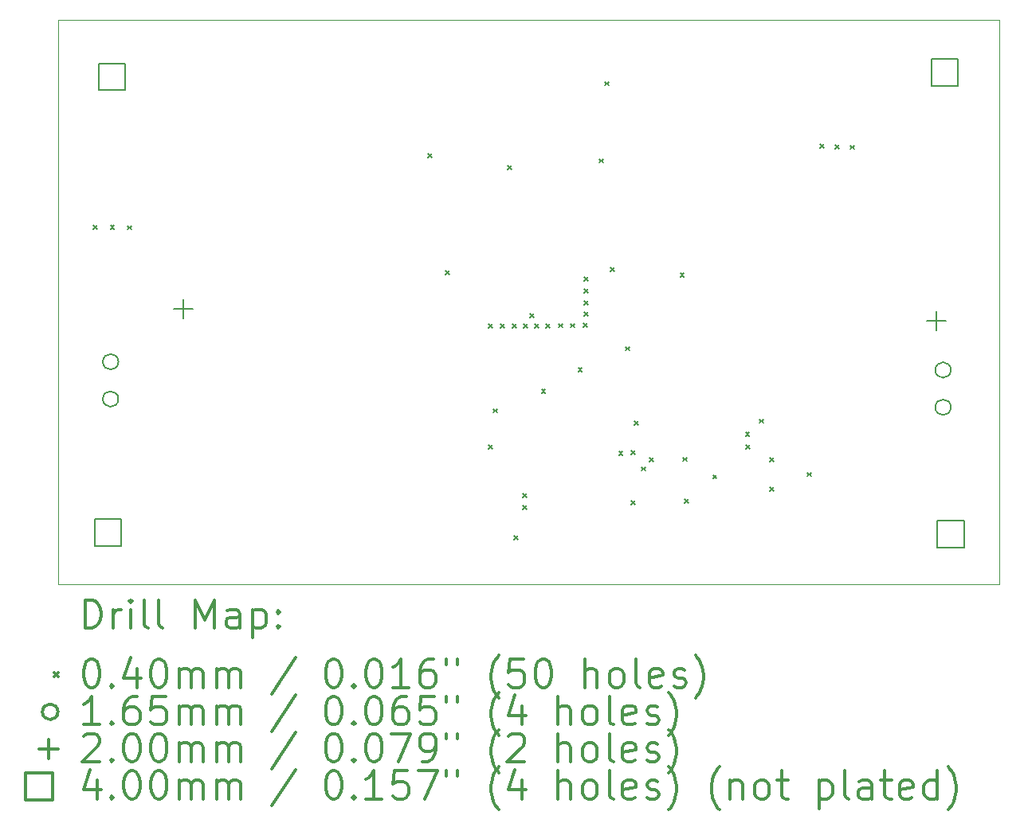
<source format=gbr>
%FSLAX45Y45*%
G04 Gerber Fmt 4.5, Leading zero omitted, Abs format (unit mm)*
G04 Created by KiCad (PCBNEW (5.1.0-0)) date 2019-05-11 17:45:08*
%MOMM*%
%LPD*%
G04 APERTURE LIST*
%ADD10C,0.050000*%
%ADD11C,0.200000*%
%ADD12C,0.300000*%
G04 APERTURE END LIST*
D10*
X11800000Y-10701540D02*
X11800000Y-4701540D01*
X11800000Y-10701540D02*
X21800000Y-10701540D01*
X21800000Y-4701540D02*
X21800000Y-10701540D01*
X11800000Y-4701540D02*
X21800000Y-4701540D01*
D11*
X12174794Y-6882958D02*
X12214794Y-6922958D01*
X12214794Y-6882958D02*
X12174794Y-6922958D01*
X12355896Y-6885752D02*
X12395896Y-6925752D01*
X12395896Y-6885752D02*
X12355896Y-6925752D01*
X12536236Y-6888800D02*
X12576236Y-6928800D01*
X12576236Y-6888800D02*
X12536236Y-6928800D01*
X15732064Y-6125276D02*
X15772064Y-6165276D01*
X15772064Y-6125276D02*
X15732064Y-6165276D01*
X15915452Y-7367082D02*
X15955452Y-7407082D01*
X15955452Y-7367082D02*
X15915452Y-7407082D01*
X16370620Y-9221536D02*
X16410620Y-9261536D01*
X16410620Y-9221536D02*
X16370620Y-9261536D01*
X16370874Y-7934772D02*
X16410874Y-7974772D01*
X16410874Y-7934772D02*
X16370874Y-7974772D01*
X16422944Y-8838250D02*
X16462944Y-8878250D01*
X16462944Y-8838250D02*
X16422944Y-8878250D01*
X16502954Y-7934772D02*
X16542954Y-7974772D01*
X16542954Y-7934772D02*
X16502954Y-7974772D01*
X16576360Y-6247704D02*
X16616360Y-6287704D01*
X16616360Y-6247704D02*
X16576360Y-6287704D01*
X16625382Y-7933248D02*
X16665382Y-7973248D01*
X16665382Y-7933248D02*
X16625382Y-7973248D01*
X16646972Y-10185974D02*
X16686972Y-10225974D01*
X16686972Y-10185974D02*
X16646972Y-10225974D01*
X16734348Y-9737156D02*
X16774348Y-9777156D01*
X16774348Y-9737156D02*
X16734348Y-9777156D01*
X16739174Y-9867712D02*
X16779174Y-9907712D01*
X16779174Y-9867712D02*
X16739174Y-9907712D01*
X16742730Y-7933248D02*
X16782730Y-7973248D01*
X16782730Y-7933248D02*
X16742730Y-7973248D01*
X16814104Y-7825552D02*
X16854104Y-7865552D01*
X16854104Y-7825552D02*
X16814104Y-7865552D01*
X16862110Y-7936296D02*
X16902110Y-7976296D01*
X16902110Y-7936296D02*
X16862110Y-7976296D01*
X16936024Y-8630732D02*
X16976024Y-8670732D01*
X16976024Y-8630732D02*
X16936024Y-8670732D01*
X16984538Y-7934772D02*
X17024538Y-7974772D01*
X17024538Y-7934772D02*
X16984538Y-7974772D01*
X17118396Y-7931216D02*
X17158396Y-7971216D01*
X17158396Y-7931216D02*
X17118396Y-7971216D01*
X17247682Y-7931216D02*
X17287682Y-7971216D01*
X17287682Y-7931216D02*
X17247682Y-7971216D01*
X17324898Y-8399084D02*
X17364898Y-8439084D01*
X17364898Y-8399084D02*
X17324898Y-8439084D01*
X17381794Y-7929692D02*
X17421794Y-7969692D01*
X17421794Y-7929692D02*
X17381794Y-7969692D01*
X17386620Y-7809042D02*
X17426620Y-7849042D01*
X17426620Y-7809042D02*
X17386620Y-7849042D01*
X17388398Y-7436932D02*
X17428398Y-7476932D01*
X17428398Y-7436932D02*
X17388398Y-7476932D01*
X17388398Y-7562662D02*
X17428398Y-7602662D01*
X17428398Y-7562662D02*
X17388398Y-7602662D01*
X17390176Y-7688138D02*
X17430176Y-7728138D01*
X17430176Y-7688138D02*
X17390176Y-7728138D01*
X17550704Y-6179124D02*
X17590704Y-6219124D01*
X17590704Y-6179124D02*
X17550704Y-6219124D01*
X17608108Y-5358450D02*
X17648108Y-5398450D01*
X17648108Y-5358450D02*
X17608108Y-5398450D01*
X17670592Y-7336856D02*
X17710592Y-7376856D01*
X17710592Y-7336856D02*
X17670592Y-7376856D01*
X17758476Y-9291894D02*
X17798476Y-9331894D01*
X17798476Y-9291894D02*
X17758476Y-9331894D01*
X17826548Y-8176834D02*
X17866548Y-8216834D01*
X17866548Y-8176834D02*
X17826548Y-8216834D01*
X17890048Y-9815388D02*
X17930048Y-9855388D01*
X17930048Y-9815388D02*
X17890048Y-9855388D01*
X17890542Y-9281974D02*
X17930542Y-9321974D01*
X17930542Y-9281974D02*
X17890542Y-9321974D01*
X17923830Y-8969314D02*
X17963830Y-9009314D01*
X17963830Y-8969314D02*
X17923830Y-9009314D01*
X17996982Y-9454962D02*
X18036982Y-9494962D01*
X18036982Y-9454962D02*
X17996982Y-9494962D01*
X18085882Y-9355902D02*
X18125882Y-9395902D01*
X18125882Y-9355902D02*
X18085882Y-9395902D01*
X18410240Y-7390704D02*
X18450240Y-7430704D01*
X18450240Y-7390704D02*
X18410240Y-7430704D01*
X18441736Y-9354124D02*
X18481736Y-9394124D01*
X18481736Y-9354124D02*
X18441736Y-9394124D01*
X18456468Y-9799132D02*
X18496468Y-9839132D01*
X18496468Y-9799132D02*
X18456468Y-9839132D01*
X18755934Y-9540306D02*
X18795934Y-9580306D01*
X18795934Y-9540306D02*
X18755934Y-9580306D01*
X19103914Y-9085900D02*
X19143914Y-9125900D01*
X19143914Y-9085900D02*
X19103914Y-9125900D01*
X19109756Y-9221790D02*
X19149756Y-9261790D01*
X19149756Y-9221790D02*
X19109756Y-9261790D01*
X19254028Y-8947724D02*
X19294028Y-8987724D01*
X19294028Y-8947724D02*
X19254028Y-8987724D01*
X19360200Y-9669592D02*
X19400200Y-9709592D01*
X19400200Y-9669592D02*
X19360200Y-9709592D01*
X19363756Y-9356156D02*
X19403756Y-9396156D01*
X19403756Y-9356156D02*
X19363756Y-9396156D01*
X19761520Y-9515160D02*
X19801520Y-9555160D01*
X19801520Y-9515160D02*
X19761520Y-9555160D01*
X19895124Y-6024692D02*
X19935124Y-6064692D01*
X19935124Y-6024692D02*
X19895124Y-6064692D01*
X20056414Y-6031550D02*
X20096414Y-6071550D01*
X20096414Y-6031550D02*
X20056414Y-6071550D01*
X20217704Y-6034090D02*
X20257704Y-6074090D01*
X20257704Y-6034090D02*
X20217704Y-6074090D01*
X12439600Y-8336520D02*
G75*
G03X12439600Y-8336520I-82500J0D01*
G01*
X12439600Y-8732520D02*
G75*
G03X12439600Y-8732520I-82500J0D01*
G01*
X21284388Y-8423910D02*
G75*
G03X21284388Y-8423910I-82500J0D01*
G01*
X21284388Y-8819910D02*
G75*
G03X21284388Y-8819910I-82500J0D01*
G01*
X13129260Y-7674432D02*
X13129260Y-7874432D01*
X13029260Y-7774432D02*
X13229260Y-7774432D01*
X21132800Y-7800670D02*
X21132800Y-8000670D01*
X21032800Y-7900670D02*
X21232800Y-7900670D01*
X21362107Y-5399223D02*
X21362107Y-5116377D01*
X21079261Y-5116377D01*
X21079261Y-5399223D01*
X21362107Y-5399223D01*
X21425099Y-10310567D02*
X21425099Y-10027721D01*
X21142253Y-10027721D01*
X21142253Y-10310567D01*
X21425099Y-10310567D01*
X12514779Y-5445197D02*
X12514779Y-5162351D01*
X12231933Y-5162351D01*
X12231933Y-5445197D01*
X12514779Y-5445197D01*
X12472107Y-10294311D02*
X12472107Y-10011465D01*
X12189261Y-10011465D01*
X12189261Y-10294311D01*
X12472107Y-10294311D01*
D12*
X12083928Y-11169754D02*
X12083928Y-10869754D01*
X12155357Y-10869754D01*
X12198214Y-10884040D01*
X12226786Y-10912612D01*
X12241071Y-10941183D01*
X12255357Y-10998326D01*
X12255357Y-11041183D01*
X12241071Y-11098326D01*
X12226786Y-11126897D01*
X12198214Y-11155469D01*
X12155357Y-11169754D01*
X12083928Y-11169754D01*
X12383928Y-11169754D02*
X12383928Y-10969754D01*
X12383928Y-11026897D02*
X12398214Y-10998326D01*
X12412500Y-10984040D01*
X12441071Y-10969754D01*
X12469643Y-10969754D01*
X12569643Y-11169754D02*
X12569643Y-10969754D01*
X12569643Y-10869754D02*
X12555357Y-10884040D01*
X12569643Y-10898326D01*
X12583928Y-10884040D01*
X12569643Y-10869754D01*
X12569643Y-10898326D01*
X12755357Y-11169754D02*
X12726786Y-11155469D01*
X12712500Y-11126897D01*
X12712500Y-10869754D01*
X12912500Y-11169754D02*
X12883928Y-11155469D01*
X12869643Y-11126897D01*
X12869643Y-10869754D01*
X13255357Y-11169754D02*
X13255357Y-10869754D01*
X13355357Y-11084040D01*
X13455357Y-10869754D01*
X13455357Y-11169754D01*
X13726786Y-11169754D02*
X13726786Y-11012612D01*
X13712500Y-10984040D01*
X13683928Y-10969754D01*
X13626786Y-10969754D01*
X13598214Y-10984040D01*
X13726786Y-11155469D02*
X13698214Y-11169754D01*
X13626786Y-11169754D01*
X13598214Y-11155469D01*
X13583928Y-11126897D01*
X13583928Y-11098326D01*
X13598214Y-11069754D01*
X13626786Y-11055469D01*
X13698214Y-11055469D01*
X13726786Y-11041183D01*
X13869643Y-10969754D02*
X13869643Y-11269754D01*
X13869643Y-10984040D02*
X13898214Y-10969754D01*
X13955357Y-10969754D01*
X13983928Y-10984040D01*
X13998214Y-10998326D01*
X14012500Y-11026897D01*
X14012500Y-11112612D01*
X13998214Y-11141183D01*
X13983928Y-11155469D01*
X13955357Y-11169754D01*
X13898214Y-11169754D01*
X13869643Y-11155469D01*
X14141071Y-11141183D02*
X14155357Y-11155469D01*
X14141071Y-11169754D01*
X14126786Y-11155469D01*
X14141071Y-11141183D01*
X14141071Y-11169754D01*
X14141071Y-10984040D02*
X14155357Y-10998326D01*
X14141071Y-11012612D01*
X14126786Y-10998326D01*
X14141071Y-10984040D01*
X14141071Y-11012612D01*
X11757500Y-11644040D02*
X11797500Y-11684040D01*
X11797500Y-11644040D02*
X11757500Y-11684040D01*
X12141071Y-11499754D02*
X12169643Y-11499754D01*
X12198214Y-11514040D01*
X12212500Y-11528326D01*
X12226786Y-11556897D01*
X12241071Y-11614040D01*
X12241071Y-11685469D01*
X12226786Y-11742611D01*
X12212500Y-11771183D01*
X12198214Y-11785469D01*
X12169643Y-11799754D01*
X12141071Y-11799754D01*
X12112500Y-11785469D01*
X12098214Y-11771183D01*
X12083928Y-11742611D01*
X12069643Y-11685469D01*
X12069643Y-11614040D01*
X12083928Y-11556897D01*
X12098214Y-11528326D01*
X12112500Y-11514040D01*
X12141071Y-11499754D01*
X12369643Y-11771183D02*
X12383928Y-11785469D01*
X12369643Y-11799754D01*
X12355357Y-11785469D01*
X12369643Y-11771183D01*
X12369643Y-11799754D01*
X12641071Y-11599754D02*
X12641071Y-11799754D01*
X12569643Y-11485469D02*
X12498214Y-11699754D01*
X12683928Y-11699754D01*
X12855357Y-11499754D02*
X12883928Y-11499754D01*
X12912500Y-11514040D01*
X12926786Y-11528326D01*
X12941071Y-11556897D01*
X12955357Y-11614040D01*
X12955357Y-11685469D01*
X12941071Y-11742611D01*
X12926786Y-11771183D01*
X12912500Y-11785469D01*
X12883928Y-11799754D01*
X12855357Y-11799754D01*
X12826786Y-11785469D01*
X12812500Y-11771183D01*
X12798214Y-11742611D01*
X12783928Y-11685469D01*
X12783928Y-11614040D01*
X12798214Y-11556897D01*
X12812500Y-11528326D01*
X12826786Y-11514040D01*
X12855357Y-11499754D01*
X13083928Y-11799754D02*
X13083928Y-11599754D01*
X13083928Y-11628326D02*
X13098214Y-11614040D01*
X13126786Y-11599754D01*
X13169643Y-11599754D01*
X13198214Y-11614040D01*
X13212500Y-11642611D01*
X13212500Y-11799754D01*
X13212500Y-11642611D02*
X13226786Y-11614040D01*
X13255357Y-11599754D01*
X13298214Y-11599754D01*
X13326786Y-11614040D01*
X13341071Y-11642611D01*
X13341071Y-11799754D01*
X13483928Y-11799754D02*
X13483928Y-11599754D01*
X13483928Y-11628326D02*
X13498214Y-11614040D01*
X13526786Y-11599754D01*
X13569643Y-11599754D01*
X13598214Y-11614040D01*
X13612500Y-11642611D01*
X13612500Y-11799754D01*
X13612500Y-11642611D02*
X13626786Y-11614040D01*
X13655357Y-11599754D01*
X13698214Y-11599754D01*
X13726786Y-11614040D01*
X13741071Y-11642611D01*
X13741071Y-11799754D01*
X14326786Y-11485469D02*
X14069643Y-11871183D01*
X14712500Y-11499754D02*
X14741071Y-11499754D01*
X14769643Y-11514040D01*
X14783928Y-11528326D01*
X14798214Y-11556897D01*
X14812500Y-11614040D01*
X14812500Y-11685469D01*
X14798214Y-11742611D01*
X14783928Y-11771183D01*
X14769643Y-11785469D01*
X14741071Y-11799754D01*
X14712500Y-11799754D01*
X14683928Y-11785469D01*
X14669643Y-11771183D01*
X14655357Y-11742611D01*
X14641071Y-11685469D01*
X14641071Y-11614040D01*
X14655357Y-11556897D01*
X14669643Y-11528326D01*
X14683928Y-11514040D01*
X14712500Y-11499754D01*
X14941071Y-11771183D02*
X14955357Y-11785469D01*
X14941071Y-11799754D01*
X14926786Y-11785469D01*
X14941071Y-11771183D01*
X14941071Y-11799754D01*
X15141071Y-11499754D02*
X15169643Y-11499754D01*
X15198214Y-11514040D01*
X15212500Y-11528326D01*
X15226786Y-11556897D01*
X15241071Y-11614040D01*
X15241071Y-11685469D01*
X15226786Y-11742611D01*
X15212500Y-11771183D01*
X15198214Y-11785469D01*
X15169643Y-11799754D01*
X15141071Y-11799754D01*
X15112500Y-11785469D01*
X15098214Y-11771183D01*
X15083928Y-11742611D01*
X15069643Y-11685469D01*
X15069643Y-11614040D01*
X15083928Y-11556897D01*
X15098214Y-11528326D01*
X15112500Y-11514040D01*
X15141071Y-11499754D01*
X15526786Y-11799754D02*
X15355357Y-11799754D01*
X15441071Y-11799754D02*
X15441071Y-11499754D01*
X15412500Y-11542611D01*
X15383928Y-11571183D01*
X15355357Y-11585469D01*
X15783928Y-11499754D02*
X15726786Y-11499754D01*
X15698214Y-11514040D01*
X15683928Y-11528326D01*
X15655357Y-11571183D01*
X15641071Y-11628326D01*
X15641071Y-11742611D01*
X15655357Y-11771183D01*
X15669643Y-11785469D01*
X15698214Y-11799754D01*
X15755357Y-11799754D01*
X15783928Y-11785469D01*
X15798214Y-11771183D01*
X15812500Y-11742611D01*
X15812500Y-11671183D01*
X15798214Y-11642611D01*
X15783928Y-11628326D01*
X15755357Y-11614040D01*
X15698214Y-11614040D01*
X15669643Y-11628326D01*
X15655357Y-11642611D01*
X15641071Y-11671183D01*
X15926786Y-11499754D02*
X15926786Y-11556897D01*
X16041071Y-11499754D02*
X16041071Y-11556897D01*
X16483928Y-11914040D02*
X16469643Y-11899754D01*
X16441071Y-11856897D01*
X16426786Y-11828326D01*
X16412500Y-11785469D01*
X16398214Y-11714040D01*
X16398214Y-11656897D01*
X16412500Y-11585469D01*
X16426786Y-11542611D01*
X16441071Y-11514040D01*
X16469643Y-11471183D01*
X16483928Y-11456897D01*
X16741071Y-11499754D02*
X16598214Y-11499754D01*
X16583928Y-11642611D01*
X16598214Y-11628326D01*
X16626786Y-11614040D01*
X16698214Y-11614040D01*
X16726786Y-11628326D01*
X16741071Y-11642611D01*
X16755357Y-11671183D01*
X16755357Y-11742611D01*
X16741071Y-11771183D01*
X16726786Y-11785469D01*
X16698214Y-11799754D01*
X16626786Y-11799754D01*
X16598214Y-11785469D01*
X16583928Y-11771183D01*
X16941071Y-11499754D02*
X16969643Y-11499754D01*
X16998214Y-11514040D01*
X17012500Y-11528326D01*
X17026786Y-11556897D01*
X17041071Y-11614040D01*
X17041071Y-11685469D01*
X17026786Y-11742611D01*
X17012500Y-11771183D01*
X16998214Y-11785469D01*
X16969643Y-11799754D01*
X16941071Y-11799754D01*
X16912500Y-11785469D01*
X16898214Y-11771183D01*
X16883928Y-11742611D01*
X16869643Y-11685469D01*
X16869643Y-11614040D01*
X16883928Y-11556897D01*
X16898214Y-11528326D01*
X16912500Y-11514040D01*
X16941071Y-11499754D01*
X17398214Y-11799754D02*
X17398214Y-11499754D01*
X17526786Y-11799754D02*
X17526786Y-11642611D01*
X17512500Y-11614040D01*
X17483928Y-11599754D01*
X17441071Y-11599754D01*
X17412500Y-11614040D01*
X17398214Y-11628326D01*
X17712500Y-11799754D02*
X17683928Y-11785469D01*
X17669643Y-11771183D01*
X17655357Y-11742611D01*
X17655357Y-11656897D01*
X17669643Y-11628326D01*
X17683928Y-11614040D01*
X17712500Y-11599754D01*
X17755357Y-11599754D01*
X17783928Y-11614040D01*
X17798214Y-11628326D01*
X17812500Y-11656897D01*
X17812500Y-11742611D01*
X17798214Y-11771183D01*
X17783928Y-11785469D01*
X17755357Y-11799754D01*
X17712500Y-11799754D01*
X17983928Y-11799754D02*
X17955357Y-11785469D01*
X17941071Y-11756897D01*
X17941071Y-11499754D01*
X18212500Y-11785469D02*
X18183928Y-11799754D01*
X18126786Y-11799754D01*
X18098214Y-11785469D01*
X18083928Y-11756897D01*
X18083928Y-11642611D01*
X18098214Y-11614040D01*
X18126786Y-11599754D01*
X18183928Y-11599754D01*
X18212500Y-11614040D01*
X18226786Y-11642611D01*
X18226786Y-11671183D01*
X18083928Y-11699754D01*
X18341071Y-11785469D02*
X18369643Y-11799754D01*
X18426786Y-11799754D01*
X18455357Y-11785469D01*
X18469643Y-11756897D01*
X18469643Y-11742611D01*
X18455357Y-11714040D01*
X18426786Y-11699754D01*
X18383928Y-11699754D01*
X18355357Y-11685469D01*
X18341071Y-11656897D01*
X18341071Y-11642611D01*
X18355357Y-11614040D01*
X18383928Y-11599754D01*
X18426786Y-11599754D01*
X18455357Y-11614040D01*
X18569643Y-11914040D02*
X18583928Y-11899754D01*
X18612500Y-11856897D01*
X18626786Y-11828326D01*
X18641071Y-11785469D01*
X18655357Y-11714040D01*
X18655357Y-11656897D01*
X18641071Y-11585469D01*
X18626786Y-11542611D01*
X18612500Y-11514040D01*
X18583928Y-11471183D01*
X18569643Y-11456897D01*
X11797500Y-12060040D02*
G75*
G03X11797500Y-12060040I-82500J0D01*
G01*
X12241071Y-12195754D02*
X12069643Y-12195754D01*
X12155357Y-12195754D02*
X12155357Y-11895754D01*
X12126786Y-11938611D01*
X12098214Y-11967183D01*
X12069643Y-11981469D01*
X12369643Y-12167183D02*
X12383928Y-12181469D01*
X12369643Y-12195754D01*
X12355357Y-12181469D01*
X12369643Y-12167183D01*
X12369643Y-12195754D01*
X12641071Y-11895754D02*
X12583928Y-11895754D01*
X12555357Y-11910040D01*
X12541071Y-11924326D01*
X12512500Y-11967183D01*
X12498214Y-12024326D01*
X12498214Y-12138611D01*
X12512500Y-12167183D01*
X12526786Y-12181469D01*
X12555357Y-12195754D01*
X12612500Y-12195754D01*
X12641071Y-12181469D01*
X12655357Y-12167183D01*
X12669643Y-12138611D01*
X12669643Y-12067183D01*
X12655357Y-12038611D01*
X12641071Y-12024326D01*
X12612500Y-12010040D01*
X12555357Y-12010040D01*
X12526786Y-12024326D01*
X12512500Y-12038611D01*
X12498214Y-12067183D01*
X12941071Y-11895754D02*
X12798214Y-11895754D01*
X12783928Y-12038611D01*
X12798214Y-12024326D01*
X12826786Y-12010040D01*
X12898214Y-12010040D01*
X12926786Y-12024326D01*
X12941071Y-12038611D01*
X12955357Y-12067183D01*
X12955357Y-12138611D01*
X12941071Y-12167183D01*
X12926786Y-12181469D01*
X12898214Y-12195754D01*
X12826786Y-12195754D01*
X12798214Y-12181469D01*
X12783928Y-12167183D01*
X13083928Y-12195754D02*
X13083928Y-11995754D01*
X13083928Y-12024326D02*
X13098214Y-12010040D01*
X13126786Y-11995754D01*
X13169643Y-11995754D01*
X13198214Y-12010040D01*
X13212500Y-12038611D01*
X13212500Y-12195754D01*
X13212500Y-12038611D02*
X13226786Y-12010040D01*
X13255357Y-11995754D01*
X13298214Y-11995754D01*
X13326786Y-12010040D01*
X13341071Y-12038611D01*
X13341071Y-12195754D01*
X13483928Y-12195754D02*
X13483928Y-11995754D01*
X13483928Y-12024326D02*
X13498214Y-12010040D01*
X13526786Y-11995754D01*
X13569643Y-11995754D01*
X13598214Y-12010040D01*
X13612500Y-12038611D01*
X13612500Y-12195754D01*
X13612500Y-12038611D02*
X13626786Y-12010040D01*
X13655357Y-11995754D01*
X13698214Y-11995754D01*
X13726786Y-12010040D01*
X13741071Y-12038611D01*
X13741071Y-12195754D01*
X14326786Y-11881469D02*
X14069643Y-12267183D01*
X14712500Y-11895754D02*
X14741071Y-11895754D01*
X14769643Y-11910040D01*
X14783928Y-11924326D01*
X14798214Y-11952897D01*
X14812500Y-12010040D01*
X14812500Y-12081469D01*
X14798214Y-12138611D01*
X14783928Y-12167183D01*
X14769643Y-12181469D01*
X14741071Y-12195754D01*
X14712500Y-12195754D01*
X14683928Y-12181469D01*
X14669643Y-12167183D01*
X14655357Y-12138611D01*
X14641071Y-12081469D01*
X14641071Y-12010040D01*
X14655357Y-11952897D01*
X14669643Y-11924326D01*
X14683928Y-11910040D01*
X14712500Y-11895754D01*
X14941071Y-12167183D02*
X14955357Y-12181469D01*
X14941071Y-12195754D01*
X14926786Y-12181469D01*
X14941071Y-12167183D01*
X14941071Y-12195754D01*
X15141071Y-11895754D02*
X15169643Y-11895754D01*
X15198214Y-11910040D01*
X15212500Y-11924326D01*
X15226786Y-11952897D01*
X15241071Y-12010040D01*
X15241071Y-12081469D01*
X15226786Y-12138611D01*
X15212500Y-12167183D01*
X15198214Y-12181469D01*
X15169643Y-12195754D01*
X15141071Y-12195754D01*
X15112500Y-12181469D01*
X15098214Y-12167183D01*
X15083928Y-12138611D01*
X15069643Y-12081469D01*
X15069643Y-12010040D01*
X15083928Y-11952897D01*
X15098214Y-11924326D01*
X15112500Y-11910040D01*
X15141071Y-11895754D01*
X15498214Y-11895754D02*
X15441071Y-11895754D01*
X15412500Y-11910040D01*
X15398214Y-11924326D01*
X15369643Y-11967183D01*
X15355357Y-12024326D01*
X15355357Y-12138611D01*
X15369643Y-12167183D01*
X15383928Y-12181469D01*
X15412500Y-12195754D01*
X15469643Y-12195754D01*
X15498214Y-12181469D01*
X15512500Y-12167183D01*
X15526786Y-12138611D01*
X15526786Y-12067183D01*
X15512500Y-12038611D01*
X15498214Y-12024326D01*
X15469643Y-12010040D01*
X15412500Y-12010040D01*
X15383928Y-12024326D01*
X15369643Y-12038611D01*
X15355357Y-12067183D01*
X15798214Y-11895754D02*
X15655357Y-11895754D01*
X15641071Y-12038611D01*
X15655357Y-12024326D01*
X15683928Y-12010040D01*
X15755357Y-12010040D01*
X15783928Y-12024326D01*
X15798214Y-12038611D01*
X15812500Y-12067183D01*
X15812500Y-12138611D01*
X15798214Y-12167183D01*
X15783928Y-12181469D01*
X15755357Y-12195754D01*
X15683928Y-12195754D01*
X15655357Y-12181469D01*
X15641071Y-12167183D01*
X15926786Y-11895754D02*
X15926786Y-11952897D01*
X16041071Y-11895754D02*
X16041071Y-11952897D01*
X16483928Y-12310040D02*
X16469643Y-12295754D01*
X16441071Y-12252897D01*
X16426786Y-12224326D01*
X16412500Y-12181469D01*
X16398214Y-12110040D01*
X16398214Y-12052897D01*
X16412500Y-11981469D01*
X16426786Y-11938611D01*
X16441071Y-11910040D01*
X16469643Y-11867183D01*
X16483928Y-11852897D01*
X16726786Y-11995754D02*
X16726786Y-12195754D01*
X16655357Y-11881469D02*
X16583928Y-12095754D01*
X16769643Y-12095754D01*
X17112500Y-12195754D02*
X17112500Y-11895754D01*
X17241071Y-12195754D02*
X17241071Y-12038611D01*
X17226786Y-12010040D01*
X17198214Y-11995754D01*
X17155357Y-11995754D01*
X17126786Y-12010040D01*
X17112500Y-12024326D01*
X17426786Y-12195754D02*
X17398214Y-12181469D01*
X17383928Y-12167183D01*
X17369643Y-12138611D01*
X17369643Y-12052897D01*
X17383928Y-12024326D01*
X17398214Y-12010040D01*
X17426786Y-11995754D01*
X17469643Y-11995754D01*
X17498214Y-12010040D01*
X17512500Y-12024326D01*
X17526786Y-12052897D01*
X17526786Y-12138611D01*
X17512500Y-12167183D01*
X17498214Y-12181469D01*
X17469643Y-12195754D01*
X17426786Y-12195754D01*
X17698214Y-12195754D02*
X17669643Y-12181469D01*
X17655357Y-12152897D01*
X17655357Y-11895754D01*
X17926786Y-12181469D02*
X17898214Y-12195754D01*
X17841071Y-12195754D01*
X17812500Y-12181469D01*
X17798214Y-12152897D01*
X17798214Y-12038611D01*
X17812500Y-12010040D01*
X17841071Y-11995754D01*
X17898214Y-11995754D01*
X17926786Y-12010040D01*
X17941071Y-12038611D01*
X17941071Y-12067183D01*
X17798214Y-12095754D01*
X18055357Y-12181469D02*
X18083928Y-12195754D01*
X18141071Y-12195754D01*
X18169643Y-12181469D01*
X18183928Y-12152897D01*
X18183928Y-12138611D01*
X18169643Y-12110040D01*
X18141071Y-12095754D01*
X18098214Y-12095754D01*
X18069643Y-12081469D01*
X18055357Y-12052897D01*
X18055357Y-12038611D01*
X18069643Y-12010040D01*
X18098214Y-11995754D01*
X18141071Y-11995754D01*
X18169643Y-12010040D01*
X18283928Y-12310040D02*
X18298214Y-12295754D01*
X18326786Y-12252897D01*
X18341071Y-12224326D01*
X18355357Y-12181469D01*
X18369643Y-12110040D01*
X18369643Y-12052897D01*
X18355357Y-11981469D01*
X18341071Y-11938611D01*
X18326786Y-11910040D01*
X18298214Y-11867183D01*
X18283928Y-11852897D01*
X11697500Y-12356040D02*
X11697500Y-12556040D01*
X11597500Y-12456040D02*
X11797500Y-12456040D01*
X12069643Y-12320326D02*
X12083928Y-12306040D01*
X12112500Y-12291754D01*
X12183928Y-12291754D01*
X12212500Y-12306040D01*
X12226786Y-12320326D01*
X12241071Y-12348897D01*
X12241071Y-12377469D01*
X12226786Y-12420326D01*
X12055357Y-12591754D01*
X12241071Y-12591754D01*
X12369643Y-12563183D02*
X12383928Y-12577469D01*
X12369643Y-12591754D01*
X12355357Y-12577469D01*
X12369643Y-12563183D01*
X12369643Y-12591754D01*
X12569643Y-12291754D02*
X12598214Y-12291754D01*
X12626786Y-12306040D01*
X12641071Y-12320326D01*
X12655357Y-12348897D01*
X12669643Y-12406040D01*
X12669643Y-12477469D01*
X12655357Y-12534611D01*
X12641071Y-12563183D01*
X12626786Y-12577469D01*
X12598214Y-12591754D01*
X12569643Y-12591754D01*
X12541071Y-12577469D01*
X12526786Y-12563183D01*
X12512500Y-12534611D01*
X12498214Y-12477469D01*
X12498214Y-12406040D01*
X12512500Y-12348897D01*
X12526786Y-12320326D01*
X12541071Y-12306040D01*
X12569643Y-12291754D01*
X12855357Y-12291754D02*
X12883928Y-12291754D01*
X12912500Y-12306040D01*
X12926786Y-12320326D01*
X12941071Y-12348897D01*
X12955357Y-12406040D01*
X12955357Y-12477469D01*
X12941071Y-12534611D01*
X12926786Y-12563183D01*
X12912500Y-12577469D01*
X12883928Y-12591754D01*
X12855357Y-12591754D01*
X12826786Y-12577469D01*
X12812500Y-12563183D01*
X12798214Y-12534611D01*
X12783928Y-12477469D01*
X12783928Y-12406040D01*
X12798214Y-12348897D01*
X12812500Y-12320326D01*
X12826786Y-12306040D01*
X12855357Y-12291754D01*
X13083928Y-12591754D02*
X13083928Y-12391754D01*
X13083928Y-12420326D02*
X13098214Y-12406040D01*
X13126786Y-12391754D01*
X13169643Y-12391754D01*
X13198214Y-12406040D01*
X13212500Y-12434611D01*
X13212500Y-12591754D01*
X13212500Y-12434611D02*
X13226786Y-12406040D01*
X13255357Y-12391754D01*
X13298214Y-12391754D01*
X13326786Y-12406040D01*
X13341071Y-12434611D01*
X13341071Y-12591754D01*
X13483928Y-12591754D02*
X13483928Y-12391754D01*
X13483928Y-12420326D02*
X13498214Y-12406040D01*
X13526786Y-12391754D01*
X13569643Y-12391754D01*
X13598214Y-12406040D01*
X13612500Y-12434611D01*
X13612500Y-12591754D01*
X13612500Y-12434611D02*
X13626786Y-12406040D01*
X13655357Y-12391754D01*
X13698214Y-12391754D01*
X13726786Y-12406040D01*
X13741071Y-12434611D01*
X13741071Y-12591754D01*
X14326786Y-12277469D02*
X14069643Y-12663183D01*
X14712500Y-12291754D02*
X14741071Y-12291754D01*
X14769643Y-12306040D01*
X14783928Y-12320326D01*
X14798214Y-12348897D01*
X14812500Y-12406040D01*
X14812500Y-12477469D01*
X14798214Y-12534611D01*
X14783928Y-12563183D01*
X14769643Y-12577469D01*
X14741071Y-12591754D01*
X14712500Y-12591754D01*
X14683928Y-12577469D01*
X14669643Y-12563183D01*
X14655357Y-12534611D01*
X14641071Y-12477469D01*
X14641071Y-12406040D01*
X14655357Y-12348897D01*
X14669643Y-12320326D01*
X14683928Y-12306040D01*
X14712500Y-12291754D01*
X14941071Y-12563183D02*
X14955357Y-12577469D01*
X14941071Y-12591754D01*
X14926786Y-12577469D01*
X14941071Y-12563183D01*
X14941071Y-12591754D01*
X15141071Y-12291754D02*
X15169643Y-12291754D01*
X15198214Y-12306040D01*
X15212500Y-12320326D01*
X15226786Y-12348897D01*
X15241071Y-12406040D01*
X15241071Y-12477469D01*
X15226786Y-12534611D01*
X15212500Y-12563183D01*
X15198214Y-12577469D01*
X15169643Y-12591754D01*
X15141071Y-12591754D01*
X15112500Y-12577469D01*
X15098214Y-12563183D01*
X15083928Y-12534611D01*
X15069643Y-12477469D01*
X15069643Y-12406040D01*
X15083928Y-12348897D01*
X15098214Y-12320326D01*
X15112500Y-12306040D01*
X15141071Y-12291754D01*
X15341071Y-12291754D02*
X15541071Y-12291754D01*
X15412500Y-12591754D01*
X15669643Y-12591754D02*
X15726786Y-12591754D01*
X15755357Y-12577469D01*
X15769643Y-12563183D01*
X15798214Y-12520326D01*
X15812500Y-12463183D01*
X15812500Y-12348897D01*
X15798214Y-12320326D01*
X15783928Y-12306040D01*
X15755357Y-12291754D01*
X15698214Y-12291754D01*
X15669643Y-12306040D01*
X15655357Y-12320326D01*
X15641071Y-12348897D01*
X15641071Y-12420326D01*
X15655357Y-12448897D01*
X15669643Y-12463183D01*
X15698214Y-12477469D01*
X15755357Y-12477469D01*
X15783928Y-12463183D01*
X15798214Y-12448897D01*
X15812500Y-12420326D01*
X15926786Y-12291754D02*
X15926786Y-12348897D01*
X16041071Y-12291754D02*
X16041071Y-12348897D01*
X16483928Y-12706040D02*
X16469643Y-12691754D01*
X16441071Y-12648897D01*
X16426786Y-12620326D01*
X16412500Y-12577469D01*
X16398214Y-12506040D01*
X16398214Y-12448897D01*
X16412500Y-12377469D01*
X16426786Y-12334611D01*
X16441071Y-12306040D01*
X16469643Y-12263183D01*
X16483928Y-12248897D01*
X16583928Y-12320326D02*
X16598214Y-12306040D01*
X16626786Y-12291754D01*
X16698214Y-12291754D01*
X16726786Y-12306040D01*
X16741071Y-12320326D01*
X16755357Y-12348897D01*
X16755357Y-12377469D01*
X16741071Y-12420326D01*
X16569643Y-12591754D01*
X16755357Y-12591754D01*
X17112500Y-12591754D02*
X17112500Y-12291754D01*
X17241071Y-12591754D02*
X17241071Y-12434611D01*
X17226786Y-12406040D01*
X17198214Y-12391754D01*
X17155357Y-12391754D01*
X17126786Y-12406040D01*
X17112500Y-12420326D01*
X17426786Y-12591754D02*
X17398214Y-12577469D01*
X17383928Y-12563183D01*
X17369643Y-12534611D01*
X17369643Y-12448897D01*
X17383928Y-12420326D01*
X17398214Y-12406040D01*
X17426786Y-12391754D01*
X17469643Y-12391754D01*
X17498214Y-12406040D01*
X17512500Y-12420326D01*
X17526786Y-12448897D01*
X17526786Y-12534611D01*
X17512500Y-12563183D01*
X17498214Y-12577469D01*
X17469643Y-12591754D01*
X17426786Y-12591754D01*
X17698214Y-12591754D02*
X17669643Y-12577469D01*
X17655357Y-12548897D01*
X17655357Y-12291754D01*
X17926786Y-12577469D02*
X17898214Y-12591754D01*
X17841071Y-12591754D01*
X17812500Y-12577469D01*
X17798214Y-12548897D01*
X17798214Y-12434611D01*
X17812500Y-12406040D01*
X17841071Y-12391754D01*
X17898214Y-12391754D01*
X17926786Y-12406040D01*
X17941071Y-12434611D01*
X17941071Y-12463183D01*
X17798214Y-12491754D01*
X18055357Y-12577469D02*
X18083928Y-12591754D01*
X18141071Y-12591754D01*
X18169643Y-12577469D01*
X18183928Y-12548897D01*
X18183928Y-12534611D01*
X18169643Y-12506040D01*
X18141071Y-12491754D01*
X18098214Y-12491754D01*
X18069643Y-12477469D01*
X18055357Y-12448897D01*
X18055357Y-12434611D01*
X18069643Y-12406040D01*
X18098214Y-12391754D01*
X18141071Y-12391754D01*
X18169643Y-12406040D01*
X18283928Y-12706040D02*
X18298214Y-12691754D01*
X18326786Y-12648897D01*
X18341071Y-12620326D01*
X18355357Y-12577469D01*
X18369643Y-12506040D01*
X18369643Y-12448897D01*
X18355357Y-12377469D01*
X18341071Y-12334611D01*
X18326786Y-12306040D01*
X18298214Y-12263183D01*
X18283928Y-12248897D01*
X11738923Y-12993463D02*
X11738923Y-12710617D01*
X11456077Y-12710617D01*
X11456077Y-12993463D01*
X11738923Y-12993463D01*
X12212500Y-12787754D02*
X12212500Y-12987754D01*
X12141071Y-12673469D02*
X12069643Y-12887754D01*
X12255357Y-12887754D01*
X12369643Y-12959183D02*
X12383928Y-12973469D01*
X12369643Y-12987754D01*
X12355357Y-12973469D01*
X12369643Y-12959183D01*
X12369643Y-12987754D01*
X12569643Y-12687754D02*
X12598214Y-12687754D01*
X12626786Y-12702040D01*
X12641071Y-12716326D01*
X12655357Y-12744897D01*
X12669643Y-12802040D01*
X12669643Y-12873469D01*
X12655357Y-12930611D01*
X12641071Y-12959183D01*
X12626786Y-12973469D01*
X12598214Y-12987754D01*
X12569643Y-12987754D01*
X12541071Y-12973469D01*
X12526786Y-12959183D01*
X12512500Y-12930611D01*
X12498214Y-12873469D01*
X12498214Y-12802040D01*
X12512500Y-12744897D01*
X12526786Y-12716326D01*
X12541071Y-12702040D01*
X12569643Y-12687754D01*
X12855357Y-12687754D02*
X12883928Y-12687754D01*
X12912500Y-12702040D01*
X12926786Y-12716326D01*
X12941071Y-12744897D01*
X12955357Y-12802040D01*
X12955357Y-12873469D01*
X12941071Y-12930611D01*
X12926786Y-12959183D01*
X12912500Y-12973469D01*
X12883928Y-12987754D01*
X12855357Y-12987754D01*
X12826786Y-12973469D01*
X12812500Y-12959183D01*
X12798214Y-12930611D01*
X12783928Y-12873469D01*
X12783928Y-12802040D01*
X12798214Y-12744897D01*
X12812500Y-12716326D01*
X12826786Y-12702040D01*
X12855357Y-12687754D01*
X13083928Y-12987754D02*
X13083928Y-12787754D01*
X13083928Y-12816326D02*
X13098214Y-12802040D01*
X13126786Y-12787754D01*
X13169643Y-12787754D01*
X13198214Y-12802040D01*
X13212500Y-12830611D01*
X13212500Y-12987754D01*
X13212500Y-12830611D02*
X13226786Y-12802040D01*
X13255357Y-12787754D01*
X13298214Y-12787754D01*
X13326786Y-12802040D01*
X13341071Y-12830611D01*
X13341071Y-12987754D01*
X13483928Y-12987754D02*
X13483928Y-12787754D01*
X13483928Y-12816326D02*
X13498214Y-12802040D01*
X13526786Y-12787754D01*
X13569643Y-12787754D01*
X13598214Y-12802040D01*
X13612500Y-12830611D01*
X13612500Y-12987754D01*
X13612500Y-12830611D02*
X13626786Y-12802040D01*
X13655357Y-12787754D01*
X13698214Y-12787754D01*
X13726786Y-12802040D01*
X13741071Y-12830611D01*
X13741071Y-12987754D01*
X14326786Y-12673469D02*
X14069643Y-13059183D01*
X14712500Y-12687754D02*
X14741071Y-12687754D01*
X14769643Y-12702040D01*
X14783928Y-12716326D01*
X14798214Y-12744897D01*
X14812500Y-12802040D01*
X14812500Y-12873469D01*
X14798214Y-12930611D01*
X14783928Y-12959183D01*
X14769643Y-12973469D01*
X14741071Y-12987754D01*
X14712500Y-12987754D01*
X14683928Y-12973469D01*
X14669643Y-12959183D01*
X14655357Y-12930611D01*
X14641071Y-12873469D01*
X14641071Y-12802040D01*
X14655357Y-12744897D01*
X14669643Y-12716326D01*
X14683928Y-12702040D01*
X14712500Y-12687754D01*
X14941071Y-12959183D02*
X14955357Y-12973469D01*
X14941071Y-12987754D01*
X14926786Y-12973469D01*
X14941071Y-12959183D01*
X14941071Y-12987754D01*
X15241071Y-12987754D02*
X15069643Y-12987754D01*
X15155357Y-12987754D02*
X15155357Y-12687754D01*
X15126786Y-12730611D01*
X15098214Y-12759183D01*
X15069643Y-12773469D01*
X15512500Y-12687754D02*
X15369643Y-12687754D01*
X15355357Y-12830611D01*
X15369643Y-12816326D01*
X15398214Y-12802040D01*
X15469643Y-12802040D01*
X15498214Y-12816326D01*
X15512500Y-12830611D01*
X15526786Y-12859183D01*
X15526786Y-12930611D01*
X15512500Y-12959183D01*
X15498214Y-12973469D01*
X15469643Y-12987754D01*
X15398214Y-12987754D01*
X15369643Y-12973469D01*
X15355357Y-12959183D01*
X15626786Y-12687754D02*
X15826786Y-12687754D01*
X15698214Y-12987754D01*
X15926786Y-12687754D02*
X15926786Y-12744897D01*
X16041071Y-12687754D02*
X16041071Y-12744897D01*
X16483928Y-13102040D02*
X16469643Y-13087754D01*
X16441071Y-13044897D01*
X16426786Y-13016326D01*
X16412500Y-12973469D01*
X16398214Y-12902040D01*
X16398214Y-12844897D01*
X16412500Y-12773469D01*
X16426786Y-12730611D01*
X16441071Y-12702040D01*
X16469643Y-12659183D01*
X16483928Y-12644897D01*
X16726786Y-12787754D02*
X16726786Y-12987754D01*
X16655357Y-12673469D02*
X16583928Y-12887754D01*
X16769643Y-12887754D01*
X17112500Y-12987754D02*
X17112500Y-12687754D01*
X17241071Y-12987754D02*
X17241071Y-12830611D01*
X17226786Y-12802040D01*
X17198214Y-12787754D01*
X17155357Y-12787754D01*
X17126786Y-12802040D01*
X17112500Y-12816326D01*
X17426786Y-12987754D02*
X17398214Y-12973469D01*
X17383928Y-12959183D01*
X17369643Y-12930611D01*
X17369643Y-12844897D01*
X17383928Y-12816326D01*
X17398214Y-12802040D01*
X17426786Y-12787754D01*
X17469643Y-12787754D01*
X17498214Y-12802040D01*
X17512500Y-12816326D01*
X17526786Y-12844897D01*
X17526786Y-12930611D01*
X17512500Y-12959183D01*
X17498214Y-12973469D01*
X17469643Y-12987754D01*
X17426786Y-12987754D01*
X17698214Y-12987754D02*
X17669643Y-12973469D01*
X17655357Y-12944897D01*
X17655357Y-12687754D01*
X17926786Y-12973469D02*
X17898214Y-12987754D01*
X17841071Y-12987754D01*
X17812500Y-12973469D01*
X17798214Y-12944897D01*
X17798214Y-12830611D01*
X17812500Y-12802040D01*
X17841071Y-12787754D01*
X17898214Y-12787754D01*
X17926786Y-12802040D01*
X17941071Y-12830611D01*
X17941071Y-12859183D01*
X17798214Y-12887754D01*
X18055357Y-12973469D02*
X18083928Y-12987754D01*
X18141071Y-12987754D01*
X18169643Y-12973469D01*
X18183928Y-12944897D01*
X18183928Y-12930611D01*
X18169643Y-12902040D01*
X18141071Y-12887754D01*
X18098214Y-12887754D01*
X18069643Y-12873469D01*
X18055357Y-12844897D01*
X18055357Y-12830611D01*
X18069643Y-12802040D01*
X18098214Y-12787754D01*
X18141071Y-12787754D01*
X18169643Y-12802040D01*
X18283928Y-13102040D02*
X18298214Y-13087754D01*
X18326786Y-13044897D01*
X18341071Y-13016326D01*
X18355357Y-12973469D01*
X18369643Y-12902040D01*
X18369643Y-12844897D01*
X18355357Y-12773469D01*
X18341071Y-12730611D01*
X18326786Y-12702040D01*
X18298214Y-12659183D01*
X18283928Y-12644897D01*
X18826786Y-13102040D02*
X18812500Y-13087754D01*
X18783928Y-13044897D01*
X18769643Y-13016326D01*
X18755357Y-12973469D01*
X18741071Y-12902040D01*
X18741071Y-12844897D01*
X18755357Y-12773469D01*
X18769643Y-12730611D01*
X18783928Y-12702040D01*
X18812500Y-12659183D01*
X18826786Y-12644897D01*
X18941071Y-12787754D02*
X18941071Y-12987754D01*
X18941071Y-12816326D02*
X18955357Y-12802040D01*
X18983928Y-12787754D01*
X19026786Y-12787754D01*
X19055357Y-12802040D01*
X19069643Y-12830611D01*
X19069643Y-12987754D01*
X19255357Y-12987754D02*
X19226786Y-12973469D01*
X19212500Y-12959183D01*
X19198214Y-12930611D01*
X19198214Y-12844897D01*
X19212500Y-12816326D01*
X19226786Y-12802040D01*
X19255357Y-12787754D01*
X19298214Y-12787754D01*
X19326786Y-12802040D01*
X19341071Y-12816326D01*
X19355357Y-12844897D01*
X19355357Y-12930611D01*
X19341071Y-12959183D01*
X19326786Y-12973469D01*
X19298214Y-12987754D01*
X19255357Y-12987754D01*
X19441071Y-12787754D02*
X19555357Y-12787754D01*
X19483928Y-12687754D02*
X19483928Y-12944897D01*
X19498214Y-12973469D01*
X19526786Y-12987754D01*
X19555357Y-12987754D01*
X19883928Y-12787754D02*
X19883928Y-13087754D01*
X19883928Y-12802040D02*
X19912500Y-12787754D01*
X19969643Y-12787754D01*
X19998214Y-12802040D01*
X20012500Y-12816326D01*
X20026786Y-12844897D01*
X20026786Y-12930611D01*
X20012500Y-12959183D01*
X19998214Y-12973469D01*
X19969643Y-12987754D01*
X19912500Y-12987754D01*
X19883928Y-12973469D01*
X20198214Y-12987754D02*
X20169643Y-12973469D01*
X20155357Y-12944897D01*
X20155357Y-12687754D01*
X20441071Y-12987754D02*
X20441071Y-12830611D01*
X20426786Y-12802040D01*
X20398214Y-12787754D01*
X20341071Y-12787754D01*
X20312500Y-12802040D01*
X20441071Y-12973469D02*
X20412500Y-12987754D01*
X20341071Y-12987754D01*
X20312500Y-12973469D01*
X20298214Y-12944897D01*
X20298214Y-12916326D01*
X20312500Y-12887754D01*
X20341071Y-12873469D01*
X20412500Y-12873469D01*
X20441071Y-12859183D01*
X20541071Y-12787754D02*
X20655357Y-12787754D01*
X20583928Y-12687754D02*
X20583928Y-12944897D01*
X20598214Y-12973469D01*
X20626786Y-12987754D01*
X20655357Y-12987754D01*
X20869643Y-12973469D02*
X20841071Y-12987754D01*
X20783928Y-12987754D01*
X20755357Y-12973469D01*
X20741071Y-12944897D01*
X20741071Y-12830611D01*
X20755357Y-12802040D01*
X20783928Y-12787754D01*
X20841071Y-12787754D01*
X20869643Y-12802040D01*
X20883928Y-12830611D01*
X20883928Y-12859183D01*
X20741071Y-12887754D01*
X21141071Y-12987754D02*
X21141071Y-12687754D01*
X21141071Y-12973469D02*
X21112500Y-12987754D01*
X21055357Y-12987754D01*
X21026786Y-12973469D01*
X21012500Y-12959183D01*
X20998214Y-12930611D01*
X20998214Y-12844897D01*
X21012500Y-12816326D01*
X21026786Y-12802040D01*
X21055357Y-12787754D01*
X21112500Y-12787754D01*
X21141071Y-12802040D01*
X21255357Y-13102040D02*
X21269643Y-13087754D01*
X21298214Y-13044897D01*
X21312500Y-13016326D01*
X21326786Y-12973469D01*
X21341071Y-12902040D01*
X21341071Y-12844897D01*
X21326786Y-12773469D01*
X21312500Y-12730611D01*
X21298214Y-12702040D01*
X21269643Y-12659183D01*
X21255357Y-12644897D01*
M02*

</source>
